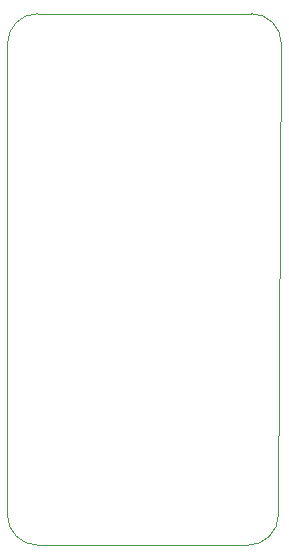
<source format=gbr>
%TF.GenerationSoftware,KiCad,Pcbnew,7.0.1-0*%
%TF.CreationDate,2023-08-23T15:06:02+02:00*%
%TF.ProjectId,ESP32SomfyPOE_rotated,45535033-3253-46f6-9d66-79504f455f72,rev?*%
%TF.SameCoordinates,Original*%
%TF.FileFunction,Profile,NP*%
%FSLAX46Y46*%
G04 Gerber Fmt 4.6, Leading zero omitted, Abs format (unit mm)*
G04 Created by KiCad (PCBNEW 7.0.1-0) date 2023-08-23 15:06:02*
%MOMM*%
%LPD*%
G01*
G04 APERTURE LIST*
%TA.AperFunction,Profile*%
%ADD10C,0.100000*%
%TD*%
G04 APERTURE END LIST*
D10*
X105384871Y-108353071D02*
G75*
G03*
X107934871Y-105803122I29J2549971D01*
G01*
X85000000Y-65903122D02*
X85000000Y-105803122D01*
X87550000Y-63353122D02*
X105638878Y-63353122D01*
X108188878Y-65903122D02*
G75*
G03*
X105638878Y-63353122I-2549978J22D01*
G01*
X108188878Y-65903122D02*
X107934871Y-105803122D01*
X87550000Y-63353100D02*
G75*
G03*
X85000000Y-65903122I0J-2550000D01*
G01*
X84999978Y-105803122D02*
G75*
G03*
X87550000Y-108353122I2550022J22D01*
G01*
X87550000Y-108353122D02*
X105384871Y-108353122D01*
M02*

</source>
